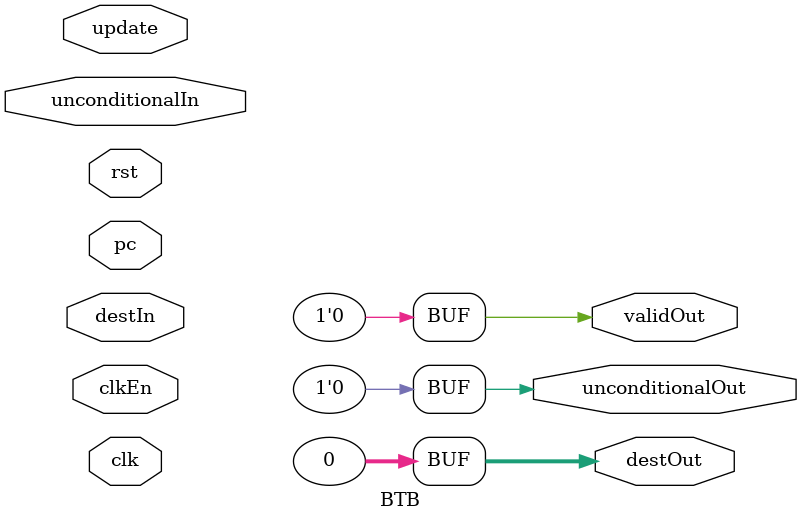
<source format=sv>
`include "../../common/common.svh"

module BTB (
    input clk,
    input clkEn,
    input rst,

    // inputs for predicting
    input wire [31:0] pc,

    // inputs for updating
    input wire update,
    input wire [31:0] destIn,
    input wire unconditionalIn,

    // prediction out
    output wire [31:0] destOut,
    output wire validOut,
    output wire unconditionalOut

);
    assign validOut = 0;            //
    assign unconditionalOut = 0;    // TEMP
    assign destOut = 0;             //
endmodule

</source>
